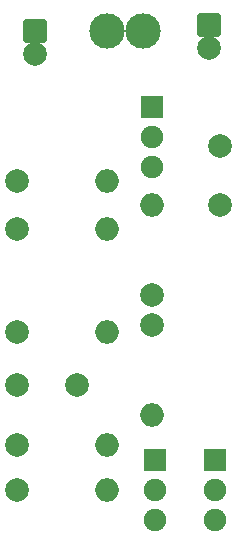
<source format=gbr>
G04 #@! TF.GenerationSoftware,KiCad,Pcbnew,8.0.1*
G04 #@! TF.CreationDate,2024-06-18T22:12:42-04:00*
G04 #@! TF.ProjectId,OdysseyDaughterCardHorizSyncGenerator,4f647973-7365-4794-9461-756768746572,1.0*
G04 #@! TF.SameCoordinates,Original*
G04 #@! TF.FileFunction,Soldermask,Top*
G04 #@! TF.FilePolarity,Negative*
%FSLAX46Y46*%
G04 Gerber Fmt 4.6, Leading zero omitted, Abs format (unit mm)*
G04 Created by KiCad (PCBNEW 8.0.1) date 2024-06-18 22:12:42*
%MOMM*%
%LPD*%
G01*
G04 APERTURE LIST*
G04 Aperture macros list*
%AMRoundRect*
0 Rectangle with rounded corners*
0 $1 Rounding radius*
0 $2 $3 $4 $5 $6 $7 $8 $9 X,Y pos of 4 corners*
0 Add a 4 corners polygon primitive as box body*
4,1,4,$2,$3,$4,$5,$6,$7,$8,$9,$2,$3,0*
0 Add four circle primitives for the rounded corners*
1,1,$1+$1,$2,$3*
1,1,$1+$1,$4,$5*
1,1,$1+$1,$6,$7*
1,1,$1+$1,$8,$9*
0 Add four rect primitives between the rounded corners*
20,1,$1+$1,$2,$3,$4,$5,0*
20,1,$1+$1,$4,$5,$6,$7,0*
20,1,$1+$1,$6,$7,$8,$9,0*
20,1,$1+$1,$8,$9,$2,$3,0*%
G04 Aperture macros list end*
%ADD10RoundRect,0.200000X-0.750000X0.750000X-0.750000X-0.750000X0.750000X-0.750000X0.750000X0.750000X0*%
%ADD11C,1.900000*%
%ADD12C,2.000000*%
%ADD13RoundRect,0.200000X-0.800000X0.800000X-0.800000X-0.800000X0.800000X-0.800000X0.800000X0.800000X0*%
%ADD14C,3.000000*%
%ADD15O,2.000000X2.000000*%
G04 APERTURE END LIST*
D10*
X153924000Y-118110000D03*
D11*
X153924000Y-120650000D03*
X153924000Y-123190000D03*
D10*
X148844000Y-118110000D03*
D11*
X148844000Y-120650000D03*
X148844000Y-123190000D03*
D10*
X148590000Y-88265000D03*
D11*
X148590000Y-90805000D03*
X148590000Y-93345000D03*
D12*
X154305000Y-91520000D03*
X154305000Y-96520000D03*
X142160000Y-111760000D03*
X137160000Y-111760000D03*
X138684000Y-83788000D03*
D13*
X138684000Y-81788000D03*
D12*
X153416000Y-83280000D03*
D13*
X153416000Y-81280000D03*
D14*
X147780000Y-81788000D03*
X144780000Y-81788000D03*
D15*
X144780000Y-120650000D03*
D12*
X137160000Y-120650000D03*
D15*
X144780000Y-98552000D03*
D12*
X137160000Y-98552000D03*
D15*
X144780000Y-116840000D03*
D12*
X137160000Y-116840000D03*
D15*
X148590000Y-96520000D03*
D12*
X148590000Y-104140000D03*
D15*
X144780000Y-107315000D03*
D12*
X137160000Y-107315000D03*
D15*
X148590000Y-114300000D03*
D12*
X148590000Y-106680000D03*
D15*
X144780000Y-94488000D03*
D12*
X137160000Y-94488000D03*
M02*

</source>
